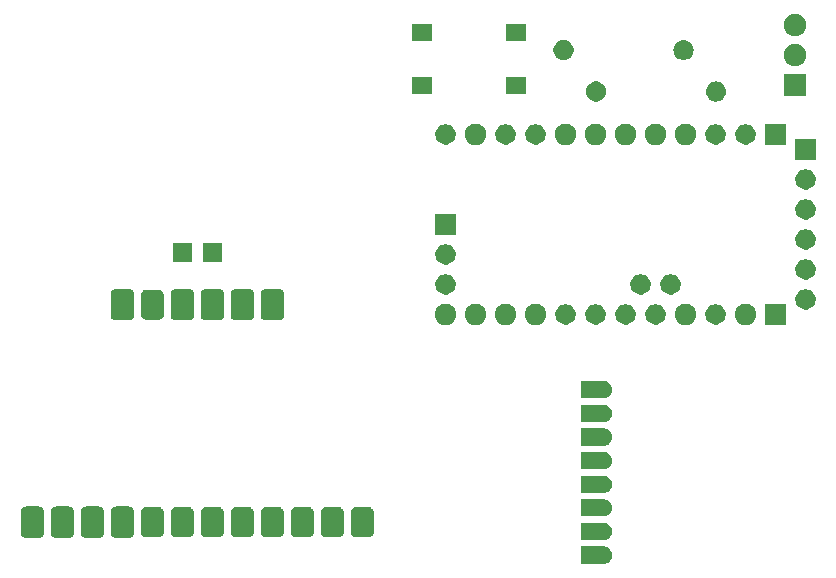
<source format=gbr>
G04 #@! TF.GenerationSoftware,KiCad,Pcbnew,(5.0.0-3-g5ebb6b6)*
G04 #@! TF.CreationDate,2021-01-21T07:34:20+01:00*
G04 #@! TF.ProjectId,HB-RC-4-TOUCH,48422D52432D342D544F5543482E6B69,rev?*
G04 #@! TF.SameCoordinates,Original*
G04 #@! TF.FileFunction,Soldermask,Top*
G04 #@! TF.FilePolarity,Negative*
%FSLAX46Y46*%
G04 Gerber Fmt 4.6, Leading zero omitted, Abs format (unit mm)*
G04 Created by KiCad (PCBNEW (5.0.0-3-g5ebb6b6)) date Thursday, 21. January 2021 um 07:34:20*
%MOMM*%
%LPD*%
G01*
G04 APERTURE LIST*
%ADD10C,0.100000*%
G04 APERTURE END LIST*
D10*
G36*
X261611767Y-63801899D02*
X261743891Y-63856627D01*
X261862799Y-63936079D01*
X261963921Y-64037201D01*
X262043373Y-64156109D01*
X262098101Y-64288233D01*
X262126000Y-64428494D01*
X262126000Y-64571506D01*
X262098101Y-64711767D01*
X262043373Y-64843891D01*
X261963921Y-64962799D01*
X261862799Y-65063921D01*
X261743891Y-65143373D01*
X261611767Y-65198101D01*
X261471506Y-65226000D01*
X259449000Y-65226000D01*
X259449000Y-63774000D01*
X261471506Y-63774000D01*
X261611767Y-63801899D01*
X261611767Y-63801899D01*
G37*
G36*
X261611767Y-61801899D02*
X261743891Y-61856627D01*
X261862799Y-61936079D01*
X261963921Y-62037201D01*
X262043373Y-62156109D01*
X262098101Y-62288233D01*
X262126000Y-62428494D01*
X262126000Y-62571506D01*
X262098101Y-62711767D01*
X262043373Y-62843891D01*
X261963921Y-62962799D01*
X261862799Y-63063921D01*
X261743891Y-63143373D01*
X261611767Y-63198101D01*
X261471506Y-63226000D01*
X259449000Y-63226000D01*
X259449000Y-61774000D01*
X261471506Y-61774000D01*
X261611767Y-61801899D01*
X261611767Y-61801899D01*
G37*
G36*
X216219822Y-60395533D02*
X216302117Y-60420497D01*
X216377946Y-60461028D01*
X216444419Y-60515581D01*
X216498972Y-60582054D01*
X216539503Y-60657883D01*
X216564467Y-60740178D01*
X216573500Y-60831890D01*
X216573500Y-62583110D01*
X216564467Y-62674822D01*
X216539503Y-62757117D01*
X216498972Y-62832946D01*
X216444419Y-62899419D01*
X216377946Y-62953972D01*
X216302117Y-62994503D01*
X216219822Y-63019467D01*
X216128110Y-63028500D01*
X215011890Y-63028500D01*
X214920178Y-63019467D01*
X214837883Y-62994503D01*
X214762054Y-62953972D01*
X214695581Y-62899419D01*
X214641028Y-62832946D01*
X214600497Y-62757117D01*
X214575533Y-62674822D01*
X214566500Y-62583110D01*
X214566500Y-60831890D01*
X214575533Y-60740178D01*
X214600497Y-60657883D01*
X214641028Y-60582054D01*
X214695581Y-60515581D01*
X214762054Y-60461028D01*
X214837883Y-60420497D01*
X214920178Y-60395533D01*
X215011890Y-60386500D01*
X216128110Y-60386500D01*
X216219822Y-60395533D01*
X216219822Y-60395533D01*
G37*
G36*
X221299822Y-60395533D02*
X221382117Y-60420497D01*
X221457946Y-60461028D01*
X221524419Y-60515581D01*
X221578972Y-60582054D01*
X221619503Y-60657883D01*
X221644467Y-60740178D01*
X221653500Y-60831890D01*
X221653500Y-62583110D01*
X221644467Y-62674822D01*
X221619503Y-62757117D01*
X221578972Y-62832946D01*
X221524419Y-62899419D01*
X221457946Y-62953972D01*
X221382117Y-62994503D01*
X221299822Y-63019467D01*
X221208110Y-63028500D01*
X220091890Y-63028500D01*
X220000178Y-63019467D01*
X219917883Y-62994503D01*
X219842054Y-62953972D01*
X219775581Y-62899419D01*
X219721028Y-62832946D01*
X219680497Y-62757117D01*
X219655533Y-62674822D01*
X219646500Y-62583110D01*
X219646500Y-60831890D01*
X219655533Y-60740178D01*
X219680497Y-60657883D01*
X219721028Y-60582054D01*
X219775581Y-60515581D01*
X219842054Y-60461028D01*
X219917883Y-60420497D01*
X220000178Y-60395533D01*
X220091890Y-60386500D01*
X221208110Y-60386500D01*
X221299822Y-60395533D01*
X221299822Y-60395533D01*
G37*
G36*
X218759822Y-60395533D02*
X218842117Y-60420497D01*
X218917946Y-60461028D01*
X218984419Y-60515581D01*
X219038972Y-60582054D01*
X219079503Y-60657883D01*
X219104467Y-60740178D01*
X219113500Y-60831890D01*
X219113500Y-62583110D01*
X219104467Y-62674822D01*
X219079503Y-62757117D01*
X219038972Y-62832946D01*
X218984419Y-62899419D01*
X218917946Y-62953972D01*
X218842117Y-62994503D01*
X218759822Y-63019467D01*
X218668110Y-63028500D01*
X217551890Y-63028500D01*
X217460178Y-63019467D01*
X217377883Y-62994503D01*
X217302054Y-62953972D01*
X217235581Y-62899419D01*
X217181028Y-62832946D01*
X217140497Y-62757117D01*
X217115533Y-62674822D01*
X217106500Y-62583110D01*
X217106500Y-60831890D01*
X217115533Y-60740178D01*
X217140497Y-60657883D01*
X217181028Y-60582054D01*
X217235581Y-60515581D01*
X217302054Y-60461028D01*
X217377883Y-60420497D01*
X217460178Y-60395533D01*
X217551890Y-60386500D01*
X218668110Y-60386500D01*
X218759822Y-60395533D01*
X218759822Y-60395533D01*
G37*
G36*
X213679822Y-60395533D02*
X213762117Y-60420497D01*
X213837946Y-60461028D01*
X213904419Y-60515581D01*
X213958972Y-60582054D01*
X213999503Y-60657883D01*
X214024467Y-60740178D01*
X214033500Y-60831890D01*
X214033500Y-62583110D01*
X214024467Y-62674822D01*
X213999503Y-62757117D01*
X213958972Y-62832946D01*
X213904419Y-62899419D01*
X213837946Y-62953972D01*
X213762117Y-62994503D01*
X213679822Y-63019467D01*
X213588110Y-63028500D01*
X212471890Y-63028500D01*
X212380178Y-63019467D01*
X212297883Y-62994503D01*
X212222054Y-62953972D01*
X212155581Y-62899419D01*
X212101028Y-62832946D01*
X212060497Y-62757117D01*
X212035533Y-62674822D01*
X212026500Y-62583110D01*
X212026500Y-60831890D01*
X212035533Y-60740178D01*
X212060497Y-60657883D01*
X212101028Y-60582054D01*
X212155581Y-60515581D01*
X212222054Y-60461028D01*
X212297883Y-60420497D01*
X212380178Y-60395533D01*
X212471890Y-60386500D01*
X213588110Y-60386500D01*
X213679822Y-60395533D01*
X213679822Y-60395533D01*
G37*
G36*
X223809347Y-60446043D02*
X223886856Y-60469555D01*
X223958282Y-60507733D01*
X224020888Y-60559112D01*
X224072267Y-60621718D01*
X224110445Y-60693144D01*
X224133957Y-60770653D01*
X224142500Y-60857390D01*
X224142500Y-62557610D01*
X224133957Y-62644347D01*
X224110445Y-62721856D01*
X224072267Y-62793282D01*
X224020888Y-62855888D01*
X223958282Y-62907267D01*
X223886856Y-62945445D01*
X223809347Y-62968957D01*
X223722610Y-62977500D01*
X222657390Y-62977500D01*
X222570653Y-62968957D01*
X222493144Y-62945445D01*
X222421718Y-62907267D01*
X222359112Y-62855888D01*
X222307733Y-62793282D01*
X222269555Y-62721856D01*
X222246043Y-62644347D01*
X222237500Y-62557610D01*
X222237500Y-60857390D01*
X222246043Y-60770653D01*
X222269555Y-60693144D01*
X222307733Y-60621718D01*
X222359112Y-60559112D01*
X222421718Y-60507733D01*
X222493144Y-60469555D01*
X222570653Y-60446043D01*
X222657390Y-60437500D01*
X223722610Y-60437500D01*
X223809347Y-60446043D01*
X223809347Y-60446043D01*
G37*
G36*
X233969347Y-60446043D02*
X234046856Y-60469555D01*
X234118282Y-60507733D01*
X234180888Y-60559112D01*
X234232267Y-60621718D01*
X234270445Y-60693144D01*
X234293957Y-60770653D01*
X234302500Y-60857390D01*
X234302500Y-62557610D01*
X234293957Y-62644347D01*
X234270445Y-62721856D01*
X234232267Y-62793282D01*
X234180888Y-62855888D01*
X234118282Y-62907267D01*
X234046856Y-62945445D01*
X233969347Y-62968957D01*
X233882610Y-62977500D01*
X232817390Y-62977500D01*
X232730653Y-62968957D01*
X232653144Y-62945445D01*
X232581718Y-62907267D01*
X232519112Y-62855888D01*
X232467733Y-62793282D01*
X232429555Y-62721856D01*
X232406043Y-62644347D01*
X232397500Y-62557610D01*
X232397500Y-60857390D01*
X232406043Y-60770653D01*
X232429555Y-60693144D01*
X232467733Y-60621718D01*
X232519112Y-60559112D01*
X232581718Y-60507733D01*
X232653144Y-60469555D01*
X232730653Y-60446043D01*
X232817390Y-60437500D01*
X233882610Y-60437500D01*
X233969347Y-60446043D01*
X233969347Y-60446043D01*
G37*
G36*
X239049347Y-60446043D02*
X239126856Y-60469555D01*
X239198282Y-60507733D01*
X239260888Y-60559112D01*
X239312267Y-60621718D01*
X239350445Y-60693144D01*
X239373957Y-60770653D01*
X239382500Y-60857390D01*
X239382500Y-62557610D01*
X239373957Y-62644347D01*
X239350445Y-62721856D01*
X239312267Y-62793282D01*
X239260888Y-62855888D01*
X239198282Y-62907267D01*
X239126856Y-62945445D01*
X239049347Y-62968957D01*
X238962610Y-62977500D01*
X237897390Y-62977500D01*
X237810653Y-62968957D01*
X237733144Y-62945445D01*
X237661718Y-62907267D01*
X237599112Y-62855888D01*
X237547733Y-62793282D01*
X237509555Y-62721856D01*
X237486043Y-62644347D01*
X237477500Y-62557610D01*
X237477500Y-60857390D01*
X237486043Y-60770653D01*
X237509555Y-60693144D01*
X237547733Y-60621718D01*
X237599112Y-60559112D01*
X237661718Y-60507733D01*
X237733144Y-60469555D01*
X237810653Y-60446043D01*
X237897390Y-60437500D01*
X238962610Y-60437500D01*
X239049347Y-60446043D01*
X239049347Y-60446043D01*
G37*
G36*
X236509347Y-60446043D02*
X236586856Y-60469555D01*
X236658282Y-60507733D01*
X236720888Y-60559112D01*
X236772267Y-60621718D01*
X236810445Y-60693144D01*
X236833957Y-60770653D01*
X236842500Y-60857390D01*
X236842500Y-62557610D01*
X236833957Y-62644347D01*
X236810445Y-62721856D01*
X236772267Y-62793282D01*
X236720888Y-62855888D01*
X236658282Y-62907267D01*
X236586856Y-62945445D01*
X236509347Y-62968957D01*
X236422610Y-62977500D01*
X235357390Y-62977500D01*
X235270653Y-62968957D01*
X235193144Y-62945445D01*
X235121718Y-62907267D01*
X235059112Y-62855888D01*
X235007733Y-62793282D01*
X234969555Y-62721856D01*
X234946043Y-62644347D01*
X234937500Y-62557610D01*
X234937500Y-60857390D01*
X234946043Y-60770653D01*
X234969555Y-60693144D01*
X235007733Y-60621718D01*
X235059112Y-60559112D01*
X235121718Y-60507733D01*
X235193144Y-60469555D01*
X235270653Y-60446043D01*
X235357390Y-60437500D01*
X236422610Y-60437500D01*
X236509347Y-60446043D01*
X236509347Y-60446043D01*
G37*
G36*
X231429347Y-60446043D02*
X231506856Y-60469555D01*
X231578282Y-60507733D01*
X231640888Y-60559112D01*
X231692267Y-60621718D01*
X231730445Y-60693144D01*
X231753957Y-60770653D01*
X231762500Y-60857390D01*
X231762500Y-62557610D01*
X231753957Y-62644347D01*
X231730445Y-62721856D01*
X231692267Y-62793282D01*
X231640888Y-62855888D01*
X231578282Y-62907267D01*
X231506856Y-62945445D01*
X231429347Y-62968957D01*
X231342610Y-62977500D01*
X230277390Y-62977500D01*
X230190653Y-62968957D01*
X230113144Y-62945445D01*
X230041718Y-62907267D01*
X229979112Y-62855888D01*
X229927733Y-62793282D01*
X229889555Y-62721856D01*
X229866043Y-62644347D01*
X229857500Y-62557610D01*
X229857500Y-60857390D01*
X229866043Y-60770653D01*
X229889555Y-60693144D01*
X229927733Y-60621718D01*
X229979112Y-60559112D01*
X230041718Y-60507733D01*
X230113144Y-60469555D01*
X230190653Y-60446043D01*
X230277390Y-60437500D01*
X231342610Y-60437500D01*
X231429347Y-60446043D01*
X231429347Y-60446043D01*
G37*
G36*
X228889347Y-60446043D02*
X228966856Y-60469555D01*
X229038282Y-60507733D01*
X229100888Y-60559112D01*
X229152267Y-60621718D01*
X229190445Y-60693144D01*
X229213957Y-60770653D01*
X229222500Y-60857390D01*
X229222500Y-62557610D01*
X229213957Y-62644347D01*
X229190445Y-62721856D01*
X229152267Y-62793282D01*
X229100888Y-62855888D01*
X229038282Y-62907267D01*
X228966856Y-62945445D01*
X228889347Y-62968957D01*
X228802610Y-62977500D01*
X227737390Y-62977500D01*
X227650653Y-62968957D01*
X227573144Y-62945445D01*
X227501718Y-62907267D01*
X227439112Y-62855888D01*
X227387733Y-62793282D01*
X227349555Y-62721856D01*
X227326043Y-62644347D01*
X227317500Y-62557610D01*
X227317500Y-60857390D01*
X227326043Y-60770653D01*
X227349555Y-60693144D01*
X227387733Y-60621718D01*
X227439112Y-60559112D01*
X227501718Y-60507733D01*
X227573144Y-60469555D01*
X227650653Y-60446043D01*
X227737390Y-60437500D01*
X228802610Y-60437500D01*
X228889347Y-60446043D01*
X228889347Y-60446043D01*
G37*
G36*
X226349347Y-60446043D02*
X226426856Y-60469555D01*
X226498282Y-60507733D01*
X226560888Y-60559112D01*
X226612267Y-60621718D01*
X226650445Y-60693144D01*
X226673957Y-60770653D01*
X226682500Y-60857390D01*
X226682500Y-62557610D01*
X226673957Y-62644347D01*
X226650445Y-62721856D01*
X226612267Y-62793282D01*
X226560888Y-62855888D01*
X226498282Y-62907267D01*
X226426856Y-62945445D01*
X226349347Y-62968957D01*
X226262610Y-62977500D01*
X225197390Y-62977500D01*
X225110653Y-62968957D01*
X225033144Y-62945445D01*
X224961718Y-62907267D01*
X224899112Y-62855888D01*
X224847733Y-62793282D01*
X224809555Y-62721856D01*
X224786043Y-62644347D01*
X224777500Y-62557610D01*
X224777500Y-60857390D01*
X224786043Y-60770653D01*
X224809555Y-60693144D01*
X224847733Y-60621718D01*
X224899112Y-60559112D01*
X224961718Y-60507733D01*
X225033144Y-60469555D01*
X225110653Y-60446043D01*
X225197390Y-60437500D01*
X226262610Y-60437500D01*
X226349347Y-60446043D01*
X226349347Y-60446043D01*
G37*
G36*
X241589347Y-60446043D02*
X241666856Y-60469555D01*
X241738282Y-60507733D01*
X241800888Y-60559112D01*
X241852267Y-60621718D01*
X241890445Y-60693144D01*
X241913957Y-60770653D01*
X241922500Y-60857390D01*
X241922500Y-62557610D01*
X241913957Y-62644347D01*
X241890445Y-62721856D01*
X241852267Y-62793282D01*
X241800888Y-62855888D01*
X241738282Y-62907267D01*
X241666856Y-62945445D01*
X241589347Y-62968957D01*
X241502610Y-62977500D01*
X240437390Y-62977500D01*
X240350653Y-62968957D01*
X240273144Y-62945445D01*
X240201718Y-62907267D01*
X240139112Y-62855888D01*
X240087733Y-62793282D01*
X240049555Y-62721856D01*
X240026043Y-62644347D01*
X240017500Y-62557610D01*
X240017500Y-60857390D01*
X240026043Y-60770653D01*
X240049555Y-60693144D01*
X240087733Y-60621718D01*
X240139112Y-60559112D01*
X240201718Y-60507733D01*
X240273144Y-60469555D01*
X240350653Y-60446043D01*
X240437390Y-60437500D01*
X241502610Y-60437500D01*
X241589347Y-60446043D01*
X241589347Y-60446043D01*
G37*
G36*
X261611767Y-59801899D02*
X261743891Y-59856627D01*
X261862799Y-59936079D01*
X261963921Y-60037201D01*
X262043373Y-60156109D01*
X262098101Y-60288233D01*
X262126000Y-60428494D01*
X262126000Y-60571506D01*
X262098101Y-60711767D01*
X262043373Y-60843891D01*
X261963921Y-60962799D01*
X261862799Y-61063921D01*
X261743891Y-61143373D01*
X261611767Y-61198101D01*
X261471506Y-61226000D01*
X259449000Y-61226000D01*
X259449000Y-59774000D01*
X261471506Y-59774000D01*
X261611767Y-59801899D01*
X261611767Y-59801899D01*
G37*
G36*
X261611767Y-57801899D02*
X261743891Y-57856627D01*
X261862799Y-57936079D01*
X261963921Y-58037201D01*
X262043373Y-58156109D01*
X262098101Y-58288233D01*
X262126000Y-58428494D01*
X262126000Y-58571506D01*
X262098101Y-58711767D01*
X262043373Y-58843891D01*
X261963921Y-58962799D01*
X261862799Y-59063921D01*
X261743891Y-59143373D01*
X261611767Y-59198101D01*
X261471506Y-59226000D01*
X259449000Y-59226000D01*
X259449000Y-57774000D01*
X261471506Y-57774000D01*
X261611767Y-57801899D01*
X261611767Y-57801899D01*
G37*
G36*
X261611767Y-55801899D02*
X261743891Y-55856627D01*
X261862799Y-55936079D01*
X261963921Y-56037201D01*
X262043373Y-56156109D01*
X262098101Y-56288233D01*
X262126000Y-56428494D01*
X262126000Y-56571506D01*
X262098101Y-56711767D01*
X262043373Y-56843891D01*
X261963921Y-56962799D01*
X261862799Y-57063921D01*
X261743891Y-57143373D01*
X261611767Y-57198101D01*
X261471506Y-57226000D01*
X259449000Y-57226000D01*
X259449000Y-55774000D01*
X261471506Y-55774000D01*
X261611767Y-55801899D01*
X261611767Y-55801899D01*
G37*
G36*
X261611767Y-53801899D02*
X261743891Y-53856627D01*
X261862799Y-53936079D01*
X261963921Y-54037201D01*
X262043373Y-54156109D01*
X262098101Y-54288233D01*
X262126000Y-54428494D01*
X262126000Y-54571506D01*
X262098101Y-54711767D01*
X262043373Y-54843891D01*
X261963921Y-54962799D01*
X261862799Y-55063921D01*
X261743891Y-55143373D01*
X261611767Y-55198101D01*
X261471506Y-55226000D01*
X259449000Y-55226000D01*
X259449000Y-53774000D01*
X261471506Y-53774000D01*
X261611767Y-53801899D01*
X261611767Y-53801899D01*
G37*
G36*
X261611767Y-51801899D02*
X261743891Y-51856627D01*
X261862799Y-51936079D01*
X261963921Y-52037201D01*
X262043373Y-52156109D01*
X262098101Y-52288233D01*
X262126000Y-52428494D01*
X262126000Y-52571506D01*
X262098101Y-52711767D01*
X262043373Y-52843891D01*
X261963921Y-52962799D01*
X261862799Y-53063921D01*
X261743891Y-53143373D01*
X261611767Y-53198101D01*
X261471506Y-53226000D01*
X259449000Y-53226000D01*
X259449000Y-51774000D01*
X261471506Y-51774000D01*
X261611767Y-51801899D01*
X261611767Y-51801899D01*
G37*
G36*
X261611767Y-49801899D02*
X261743891Y-49856627D01*
X261862799Y-49936079D01*
X261963921Y-50037201D01*
X262043373Y-50156109D01*
X262098101Y-50288233D01*
X262126000Y-50428494D01*
X262126000Y-50571506D01*
X262098101Y-50711767D01*
X262043373Y-50843891D01*
X261963921Y-50962799D01*
X261862799Y-51063921D01*
X261743891Y-51143373D01*
X261611767Y-51198101D01*
X261471506Y-51226000D01*
X259449000Y-51226000D01*
X259449000Y-49774000D01*
X261471506Y-49774000D01*
X261611767Y-49801899D01*
X261611767Y-49801899D01*
G37*
G36*
X248276776Y-43240547D02*
X248276778Y-43240548D01*
X248276779Y-43240548D01*
X248443225Y-43309492D01*
X248443226Y-43309493D01*
X248593026Y-43409586D01*
X248720414Y-43536974D01*
X248720416Y-43536977D01*
X248820508Y-43686775D01*
X248830514Y-43710932D01*
X248889453Y-43853224D01*
X248924600Y-44029918D01*
X248924600Y-44210082D01*
X248891143Y-44378282D01*
X248889452Y-44386779D01*
X248820508Y-44553225D01*
X248742138Y-44670514D01*
X248720414Y-44703026D01*
X248593026Y-44830414D01*
X248593023Y-44830416D01*
X248443225Y-44930508D01*
X248276779Y-44999452D01*
X248276778Y-44999452D01*
X248276776Y-44999453D01*
X248100082Y-45034600D01*
X247919918Y-45034600D01*
X247743224Y-44999453D01*
X247743222Y-44999452D01*
X247743221Y-44999452D01*
X247576775Y-44930508D01*
X247426977Y-44830416D01*
X247426974Y-44830414D01*
X247299586Y-44703026D01*
X247277862Y-44670514D01*
X247199492Y-44553225D01*
X247130548Y-44386779D01*
X247128858Y-44378282D01*
X247095400Y-44210082D01*
X247095400Y-44029918D01*
X247130547Y-43853224D01*
X247189486Y-43710932D01*
X247199492Y-43686775D01*
X247299584Y-43536977D01*
X247299586Y-43536974D01*
X247426974Y-43409586D01*
X247576774Y-43309493D01*
X247576775Y-43309492D01*
X247743221Y-43240548D01*
X247743222Y-43240548D01*
X247743224Y-43240547D01*
X247919918Y-43205400D01*
X248100082Y-43205400D01*
X248276776Y-43240547D01*
X248276776Y-43240547D01*
G37*
G36*
X268596776Y-43240547D02*
X268596778Y-43240548D01*
X268596779Y-43240548D01*
X268763225Y-43309492D01*
X268763226Y-43309493D01*
X268913026Y-43409586D01*
X269040414Y-43536974D01*
X269040416Y-43536977D01*
X269140508Y-43686775D01*
X269150514Y-43710932D01*
X269209453Y-43853224D01*
X269244600Y-44029918D01*
X269244600Y-44210082D01*
X269211143Y-44378282D01*
X269209452Y-44386779D01*
X269140508Y-44553225D01*
X269062138Y-44670514D01*
X269040414Y-44703026D01*
X268913026Y-44830414D01*
X268913023Y-44830416D01*
X268763225Y-44930508D01*
X268596779Y-44999452D01*
X268596778Y-44999452D01*
X268596776Y-44999453D01*
X268420082Y-45034600D01*
X268239918Y-45034600D01*
X268063224Y-44999453D01*
X268063222Y-44999452D01*
X268063221Y-44999452D01*
X267896775Y-44930508D01*
X267746977Y-44830416D01*
X267746974Y-44830414D01*
X267619586Y-44703026D01*
X267597862Y-44670514D01*
X267519492Y-44553225D01*
X267450548Y-44386779D01*
X267448858Y-44378282D01*
X267415400Y-44210082D01*
X267415400Y-44029918D01*
X267450547Y-43853224D01*
X267509486Y-43710932D01*
X267519492Y-43686775D01*
X267619584Y-43536977D01*
X267619586Y-43536974D01*
X267746974Y-43409586D01*
X267896774Y-43309493D01*
X267896775Y-43309492D01*
X268063221Y-43240548D01*
X268063222Y-43240548D01*
X268063224Y-43240547D01*
X268239918Y-43205400D01*
X268420082Y-43205400D01*
X268596776Y-43240547D01*
X268596776Y-43240547D01*
G37*
G36*
X250816776Y-43240547D02*
X250816778Y-43240548D01*
X250816779Y-43240548D01*
X250983225Y-43309492D01*
X250983226Y-43309493D01*
X251133026Y-43409586D01*
X251260414Y-43536974D01*
X251260416Y-43536977D01*
X251360508Y-43686775D01*
X251370514Y-43710932D01*
X251429453Y-43853224D01*
X251464600Y-44029918D01*
X251464600Y-44210082D01*
X251431143Y-44378282D01*
X251429452Y-44386779D01*
X251360508Y-44553225D01*
X251282138Y-44670514D01*
X251260414Y-44703026D01*
X251133026Y-44830414D01*
X251133023Y-44830416D01*
X250983225Y-44930508D01*
X250816779Y-44999452D01*
X250816778Y-44999452D01*
X250816776Y-44999453D01*
X250640082Y-45034600D01*
X250459918Y-45034600D01*
X250283224Y-44999453D01*
X250283222Y-44999452D01*
X250283221Y-44999452D01*
X250116775Y-44930508D01*
X249966977Y-44830416D01*
X249966974Y-44830414D01*
X249839586Y-44703026D01*
X249817862Y-44670514D01*
X249739492Y-44553225D01*
X249670548Y-44386779D01*
X249668858Y-44378282D01*
X249635400Y-44210082D01*
X249635400Y-44029918D01*
X249670547Y-43853224D01*
X249729486Y-43710932D01*
X249739492Y-43686775D01*
X249839584Y-43536977D01*
X249839586Y-43536974D01*
X249966974Y-43409586D01*
X250116774Y-43309493D01*
X250116775Y-43309492D01*
X250283221Y-43240548D01*
X250283222Y-43240548D01*
X250283224Y-43240547D01*
X250459918Y-43205400D01*
X250640082Y-43205400D01*
X250816776Y-43240547D01*
X250816776Y-43240547D01*
G37*
G36*
X253356776Y-43240547D02*
X253356778Y-43240548D01*
X253356779Y-43240548D01*
X253523225Y-43309492D01*
X253523226Y-43309493D01*
X253673026Y-43409586D01*
X253800414Y-43536974D01*
X253800416Y-43536977D01*
X253900508Y-43686775D01*
X253910514Y-43710932D01*
X253969453Y-43853224D01*
X254004600Y-44029918D01*
X254004600Y-44210082D01*
X253971143Y-44378282D01*
X253969452Y-44386779D01*
X253900508Y-44553225D01*
X253822138Y-44670514D01*
X253800414Y-44703026D01*
X253673026Y-44830414D01*
X253673023Y-44830416D01*
X253523225Y-44930508D01*
X253356779Y-44999452D01*
X253356778Y-44999452D01*
X253356776Y-44999453D01*
X253180082Y-45034600D01*
X252999918Y-45034600D01*
X252823224Y-44999453D01*
X252823222Y-44999452D01*
X252823221Y-44999452D01*
X252656775Y-44930508D01*
X252506977Y-44830416D01*
X252506974Y-44830414D01*
X252379586Y-44703026D01*
X252357862Y-44670514D01*
X252279492Y-44553225D01*
X252210548Y-44386779D01*
X252208858Y-44378282D01*
X252175400Y-44210082D01*
X252175400Y-44029918D01*
X252210547Y-43853224D01*
X252269486Y-43710932D01*
X252279492Y-43686775D01*
X252379584Y-43536977D01*
X252379586Y-43536974D01*
X252506974Y-43409586D01*
X252656774Y-43309493D01*
X252656775Y-43309492D01*
X252823221Y-43240548D01*
X252823222Y-43240548D01*
X252823224Y-43240547D01*
X252999918Y-43205400D01*
X253180082Y-43205400D01*
X253356776Y-43240547D01*
X253356776Y-43240547D01*
G37*
G36*
X255896776Y-43240547D02*
X255896778Y-43240548D01*
X255896779Y-43240548D01*
X256063225Y-43309492D01*
X256063226Y-43309493D01*
X256213026Y-43409586D01*
X256340414Y-43536974D01*
X256340416Y-43536977D01*
X256440508Y-43686775D01*
X256450514Y-43710932D01*
X256509453Y-43853224D01*
X256544600Y-44029918D01*
X256544600Y-44210082D01*
X256511143Y-44378282D01*
X256509452Y-44386779D01*
X256440508Y-44553225D01*
X256362138Y-44670514D01*
X256340414Y-44703026D01*
X256213026Y-44830414D01*
X256213023Y-44830416D01*
X256063225Y-44930508D01*
X255896779Y-44999452D01*
X255896778Y-44999452D01*
X255896776Y-44999453D01*
X255720082Y-45034600D01*
X255539918Y-45034600D01*
X255363224Y-44999453D01*
X255363222Y-44999452D01*
X255363221Y-44999452D01*
X255196775Y-44930508D01*
X255046977Y-44830416D01*
X255046974Y-44830414D01*
X254919586Y-44703026D01*
X254897862Y-44670514D01*
X254819492Y-44553225D01*
X254750548Y-44386779D01*
X254748858Y-44378282D01*
X254715400Y-44210082D01*
X254715400Y-44029918D01*
X254750547Y-43853224D01*
X254809486Y-43710932D01*
X254819492Y-43686775D01*
X254919584Y-43536977D01*
X254919586Y-43536974D01*
X255046974Y-43409586D01*
X255196774Y-43309493D01*
X255196775Y-43309492D01*
X255363221Y-43240548D01*
X255363222Y-43240548D01*
X255363224Y-43240547D01*
X255539918Y-43205400D01*
X255720082Y-43205400D01*
X255896776Y-43240547D01*
X255896776Y-43240547D01*
G37*
G36*
X273676776Y-43240547D02*
X273676778Y-43240548D01*
X273676779Y-43240548D01*
X273843225Y-43309492D01*
X273843226Y-43309493D01*
X273993026Y-43409586D01*
X274120414Y-43536974D01*
X274120416Y-43536977D01*
X274220508Y-43686775D01*
X274230514Y-43710932D01*
X274289453Y-43853224D01*
X274324600Y-44029918D01*
X274324600Y-44210082D01*
X274291143Y-44378282D01*
X274289452Y-44386779D01*
X274220508Y-44553225D01*
X274142138Y-44670514D01*
X274120414Y-44703026D01*
X273993026Y-44830414D01*
X273993023Y-44830416D01*
X273843225Y-44930508D01*
X273676779Y-44999452D01*
X273676778Y-44999452D01*
X273676776Y-44999453D01*
X273500082Y-45034600D01*
X273319918Y-45034600D01*
X273143224Y-44999453D01*
X273143222Y-44999452D01*
X273143221Y-44999452D01*
X272976775Y-44930508D01*
X272826977Y-44830416D01*
X272826974Y-44830414D01*
X272699586Y-44703026D01*
X272677862Y-44670514D01*
X272599492Y-44553225D01*
X272530548Y-44386779D01*
X272528858Y-44378282D01*
X272495400Y-44210082D01*
X272495400Y-44029918D01*
X272530547Y-43853224D01*
X272589486Y-43710932D01*
X272599492Y-43686775D01*
X272699584Y-43536977D01*
X272699586Y-43536974D01*
X272826974Y-43409586D01*
X272976774Y-43309493D01*
X272976775Y-43309492D01*
X273143221Y-43240548D01*
X273143222Y-43240548D01*
X273143224Y-43240547D01*
X273319918Y-43205400D01*
X273500082Y-43205400D01*
X273676776Y-43240547D01*
X273676776Y-43240547D01*
G37*
G36*
X276813600Y-44983600D02*
X275086400Y-44983600D01*
X275086400Y-43256400D01*
X276813600Y-43256400D01*
X276813600Y-44983600D01*
X276813600Y-44983600D01*
G37*
G36*
X271121903Y-43289587D02*
X271279068Y-43354687D01*
X271420513Y-43449198D01*
X271540802Y-43569487D01*
X271635313Y-43710932D01*
X271700413Y-43868097D01*
X271733600Y-44034943D01*
X271733600Y-44205057D01*
X271700413Y-44371903D01*
X271635313Y-44529068D01*
X271540802Y-44670513D01*
X271420513Y-44790802D01*
X271279068Y-44885313D01*
X271121903Y-44950413D01*
X270955057Y-44983600D01*
X270784943Y-44983600D01*
X270618097Y-44950413D01*
X270460932Y-44885313D01*
X270319487Y-44790802D01*
X270199198Y-44670513D01*
X270104687Y-44529068D01*
X270039587Y-44371903D01*
X270006400Y-44205057D01*
X270006400Y-44034943D01*
X270039587Y-43868097D01*
X270104687Y-43710932D01*
X270199198Y-43569487D01*
X270319487Y-43449198D01*
X270460932Y-43354687D01*
X270618097Y-43289587D01*
X270784943Y-43256400D01*
X270955057Y-43256400D01*
X271121903Y-43289587D01*
X271121903Y-43289587D01*
G37*
G36*
X266041903Y-43289587D02*
X266199068Y-43354687D01*
X266340513Y-43449198D01*
X266460802Y-43569487D01*
X266555313Y-43710932D01*
X266620413Y-43868097D01*
X266653600Y-44034943D01*
X266653600Y-44205057D01*
X266620413Y-44371903D01*
X266555313Y-44529068D01*
X266460802Y-44670513D01*
X266340513Y-44790802D01*
X266199068Y-44885313D01*
X266041903Y-44950413D01*
X265875057Y-44983600D01*
X265704943Y-44983600D01*
X265538097Y-44950413D01*
X265380932Y-44885313D01*
X265239487Y-44790802D01*
X265119198Y-44670513D01*
X265024687Y-44529068D01*
X264959587Y-44371903D01*
X264926400Y-44205057D01*
X264926400Y-44034943D01*
X264959587Y-43868097D01*
X265024687Y-43710932D01*
X265119198Y-43569487D01*
X265239487Y-43449198D01*
X265380932Y-43354687D01*
X265538097Y-43289587D01*
X265704943Y-43256400D01*
X265875057Y-43256400D01*
X266041903Y-43289587D01*
X266041903Y-43289587D01*
G37*
G36*
X263501903Y-43289587D02*
X263659068Y-43354687D01*
X263800513Y-43449198D01*
X263920802Y-43569487D01*
X264015313Y-43710932D01*
X264080413Y-43868097D01*
X264113600Y-44034943D01*
X264113600Y-44205057D01*
X264080413Y-44371903D01*
X264015313Y-44529068D01*
X263920802Y-44670513D01*
X263800513Y-44790802D01*
X263659068Y-44885313D01*
X263501903Y-44950413D01*
X263335057Y-44983600D01*
X263164943Y-44983600D01*
X262998097Y-44950413D01*
X262840932Y-44885313D01*
X262699487Y-44790802D01*
X262579198Y-44670513D01*
X262484687Y-44529068D01*
X262419587Y-44371903D01*
X262386400Y-44205057D01*
X262386400Y-44034943D01*
X262419587Y-43868097D01*
X262484687Y-43710932D01*
X262579198Y-43569487D01*
X262699487Y-43449198D01*
X262840932Y-43354687D01*
X262998097Y-43289587D01*
X263164943Y-43256400D01*
X263335057Y-43256400D01*
X263501903Y-43289587D01*
X263501903Y-43289587D01*
G37*
G36*
X260961903Y-43289587D02*
X261119068Y-43354687D01*
X261260513Y-43449198D01*
X261380802Y-43569487D01*
X261475313Y-43710932D01*
X261540413Y-43868097D01*
X261573600Y-44034943D01*
X261573600Y-44205057D01*
X261540413Y-44371903D01*
X261475313Y-44529068D01*
X261380802Y-44670513D01*
X261260513Y-44790802D01*
X261119068Y-44885313D01*
X260961903Y-44950413D01*
X260795057Y-44983600D01*
X260624943Y-44983600D01*
X260458097Y-44950413D01*
X260300932Y-44885313D01*
X260159487Y-44790802D01*
X260039198Y-44670513D01*
X259944687Y-44529068D01*
X259879587Y-44371903D01*
X259846400Y-44205057D01*
X259846400Y-44034943D01*
X259879587Y-43868097D01*
X259944687Y-43710932D01*
X260039198Y-43569487D01*
X260159487Y-43449198D01*
X260300932Y-43354687D01*
X260458097Y-43289587D01*
X260624943Y-43256400D01*
X260795057Y-43256400D01*
X260961903Y-43289587D01*
X260961903Y-43289587D01*
G37*
G36*
X258421903Y-43289587D02*
X258579068Y-43354687D01*
X258720513Y-43449198D01*
X258840802Y-43569487D01*
X258935313Y-43710932D01*
X259000413Y-43868097D01*
X259033600Y-44034943D01*
X259033600Y-44205057D01*
X259000413Y-44371903D01*
X258935313Y-44529068D01*
X258840802Y-44670513D01*
X258720513Y-44790802D01*
X258579068Y-44885313D01*
X258421903Y-44950413D01*
X258255057Y-44983600D01*
X258084943Y-44983600D01*
X257918097Y-44950413D01*
X257760932Y-44885313D01*
X257619487Y-44790802D01*
X257499198Y-44670513D01*
X257404687Y-44529068D01*
X257339587Y-44371903D01*
X257306400Y-44205057D01*
X257306400Y-44034943D01*
X257339587Y-43868097D01*
X257404687Y-43710932D01*
X257499198Y-43569487D01*
X257619487Y-43449198D01*
X257760932Y-43354687D01*
X257918097Y-43289587D01*
X258084943Y-43256400D01*
X258255057Y-43256400D01*
X258421903Y-43289587D01*
X258421903Y-43289587D01*
G37*
G36*
X228919822Y-41980533D02*
X229002117Y-42005497D01*
X229077946Y-42046028D01*
X229144419Y-42100581D01*
X229198972Y-42167054D01*
X229239503Y-42242883D01*
X229264467Y-42325178D01*
X229273500Y-42416890D01*
X229273500Y-44168110D01*
X229264467Y-44259822D01*
X229239503Y-44342117D01*
X229198972Y-44417946D01*
X229144419Y-44484419D01*
X229077946Y-44538972D01*
X229002117Y-44579503D01*
X228919822Y-44604467D01*
X228828110Y-44613500D01*
X227711890Y-44613500D01*
X227620178Y-44604467D01*
X227537883Y-44579503D01*
X227462054Y-44538972D01*
X227395581Y-44484419D01*
X227341028Y-44417946D01*
X227300497Y-44342117D01*
X227275533Y-44259822D01*
X227266500Y-44168110D01*
X227266500Y-42416890D01*
X227275533Y-42325178D01*
X227300497Y-42242883D01*
X227341028Y-42167054D01*
X227395581Y-42100581D01*
X227462054Y-42046028D01*
X227537883Y-42005497D01*
X227620178Y-41980533D01*
X227711890Y-41971500D01*
X228828110Y-41971500D01*
X228919822Y-41980533D01*
X228919822Y-41980533D01*
G37*
G36*
X233999822Y-41980533D02*
X234082117Y-42005497D01*
X234157946Y-42046028D01*
X234224419Y-42100581D01*
X234278972Y-42167054D01*
X234319503Y-42242883D01*
X234344467Y-42325178D01*
X234353500Y-42416890D01*
X234353500Y-44168110D01*
X234344467Y-44259822D01*
X234319503Y-44342117D01*
X234278972Y-44417946D01*
X234224419Y-44484419D01*
X234157946Y-44538972D01*
X234082117Y-44579503D01*
X233999822Y-44604467D01*
X233908110Y-44613500D01*
X232791890Y-44613500D01*
X232700178Y-44604467D01*
X232617883Y-44579503D01*
X232542054Y-44538972D01*
X232475581Y-44484419D01*
X232421028Y-44417946D01*
X232380497Y-44342117D01*
X232355533Y-44259822D01*
X232346500Y-44168110D01*
X232346500Y-42416890D01*
X232355533Y-42325178D01*
X232380497Y-42242883D01*
X232421028Y-42167054D01*
X232475581Y-42100581D01*
X232542054Y-42046028D01*
X232617883Y-42005497D01*
X232700178Y-41980533D01*
X232791890Y-41971500D01*
X233908110Y-41971500D01*
X233999822Y-41980533D01*
X233999822Y-41980533D01*
G37*
G36*
X226379822Y-41980533D02*
X226462117Y-42005497D01*
X226537946Y-42046028D01*
X226604419Y-42100581D01*
X226658972Y-42167054D01*
X226699503Y-42242883D01*
X226724467Y-42325178D01*
X226733500Y-42416890D01*
X226733500Y-44168110D01*
X226724467Y-44259822D01*
X226699503Y-44342117D01*
X226658972Y-44417946D01*
X226604419Y-44484419D01*
X226537946Y-44538972D01*
X226462117Y-44579503D01*
X226379822Y-44604467D01*
X226288110Y-44613500D01*
X225171890Y-44613500D01*
X225080178Y-44604467D01*
X224997883Y-44579503D01*
X224922054Y-44538972D01*
X224855581Y-44484419D01*
X224801028Y-44417946D01*
X224760497Y-44342117D01*
X224735533Y-44259822D01*
X224726500Y-44168110D01*
X224726500Y-42416890D01*
X224735533Y-42325178D01*
X224760497Y-42242883D01*
X224801028Y-42167054D01*
X224855581Y-42100581D01*
X224922054Y-42046028D01*
X224997883Y-42005497D01*
X225080178Y-41980533D01*
X225171890Y-41971500D01*
X226288110Y-41971500D01*
X226379822Y-41980533D01*
X226379822Y-41980533D01*
G37*
G36*
X221299822Y-41980533D02*
X221382117Y-42005497D01*
X221457946Y-42046028D01*
X221524419Y-42100581D01*
X221578972Y-42167054D01*
X221619503Y-42242883D01*
X221644467Y-42325178D01*
X221653500Y-42416890D01*
X221653500Y-44168110D01*
X221644467Y-44259822D01*
X221619503Y-44342117D01*
X221578972Y-44417946D01*
X221524419Y-44484419D01*
X221457946Y-44538972D01*
X221382117Y-44579503D01*
X221299822Y-44604467D01*
X221208110Y-44613500D01*
X220091890Y-44613500D01*
X220000178Y-44604467D01*
X219917883Y-44579503D01*
X219842054Y-44538972D01*
X219775581Y-44484419D01*
X219721028Y-44417946D01*
X219680497Y-44342117D01*
X219655533Y-44259822D01*
X219646500Y-44168110D01*
X219646500Y-42416890D01*
X219655533Y-42325178D01*
X219680497Y-42242883D01*
X219721028Y-42167054D01*
X219775581Y-42100581D01*
X219842054Y-42046028D01*
X219917883Y-42005497D01*
X220000178Y-41980533D01*
X220091890Y-41971500D01*
X221208110Y-41971500D01*
X221299822Y-41980533D01*
X221299822Y-41980533D01*
G37*
G36*
X231459822Y-41980533D02*
X231542117Y-42005497D01*
X231617946Y-42046028D01*
X231684419Y-42100581D01*
X231738972Y-42167054D01*
X231779503Y-42242883D01*
X231804467Y-42325178D01*
X231813500Y-42416890D01*
X231813500Y-44168110D01*
X231804467Y-44259822D01*
X231779503Y-44342117D01*
X231738972Y-44417946D01*
X231684419Y-44484419D01*
X231617946Y-44538972D01*
X231542117Y-44579503D01*
X231459822Y-44604467D01*
X231368110Y-44613500D01*
X230251890Y-44613500D01*
X230160178Y-44604467D01*
X230077883Y-44579503D01*
X230002054Y-44538972D01*
X229935581Y-44484419D01*
X229881028Y-44417946D01*
X229840497Y-44342117D01*
X229815533Y-44259822D01*
X229806500Y-44168110D01*
X229806500Y-42416890D01*
X229815533Y-42325178D01*
X229840497Y-42242883D01*
X229881028Y-42167054D01*
X229935581Y-42100581D01*
X230002054Y-42046028D01*
X230077883Y-42005497D01*
X230160178Y-41980533D01*
X230251890Y-41971500D01*
X231368110Y-41971500D01*
X231459822Y-41980533D01*
X231459822Y-41980533D01*
G37*
G36*
X223809347Y-42031043D02*
X223886856Y-42054555D01*
X223958282Y-42092733D01*
X224020888Y-42144112D01*
X224072267Y-42206718D01*
X224110445Y-42278144D01*
X224133957Y-42355653D01*
X224142500Y-42442390D01*
X224142500Y-44142610D01*
X224133957Y-44229347D01*
X224110445Y-44306856D01*
X224072267Y-44378282D01*
X224020888Y-44440888D01*
X223958282Y-44492267D01*
X223886856Y-44530445D01*
X223809347Y-44553957D01*
X223722610Y-44562500D01*
X222657390Y-44562500D01*
X222570653Y-44553957D01*
X222493144Y-44530445D01*
X222421718Y-44492267D01*
X222359112Y-44440888D01*
X222307733Y-44378282D01*
X222269555Y-44306856D01*
X222246043Y-44229347D01*
X222237500Y-44142610D01*
X222237500Y-42442390D01*
X222246043Y-42355653D01*
X222269555Y-42278144D01*
X222307733Y-42206718D01*
X222359112Y-42144112D01*
X222421718Y-42092733D01*
X222493144Y-42054555D01*
X222570653Y-42031043D01*
X222657390Y-42022500D01*
X223722610Y-42022500D01*
X223809347Y-42031043D01*
X223809347Y-42031043D01*
G37*
G36*
X278741903Y-42019587D02*
X278899068Y-42084687D01*
X279040513Y-42179198D01*
X279160802Y-42299487D01*
X279255313Y-42440932D01*
X279320413Y-42598097D01*
X279353600Y-42764943D01*
X279353600Y-42935057D01*
X279320413Y-43101903D01*
X279255313Y-43259068D01*
X279160802Y-43400513D01*
X279040513Y-43520802D01*
X278899068Y-43615313D01*
X278741903Y-43680413D01*
X278575057Y-43713600D01*
X278404943Y-43713600D01*
X278238097Y-43680413D01*
X278080932Y-43615313D01*
X277939487Y-43520802D01*
X277819198Y-43400513D01*
X277724687Y-43259068D01*
X277659587Y-43101903D01*
X277626400Y-42935057D01*
X277626400Y-42764943D01*
X277659587Y-42598097D01*
X277724687Y-42440932D01*
X277819198Y-42299487D01*
X277939487Y-42179198D01*
X278080932Y-42084687D01*
X278238097Y-42019587D01*
X278404943Y-41986400D01*
X278575057Y-41986400D01*
X278741903Y-42019587D01*
X278741903Y-42019587D01*
G37*
G36*
X264771903Y-40749587D02*
X264929068Y-40814687D01*
X265070513Y-40909198D01*
X265190802Y-41029487D01*
X265285313Y-41170932D01*
X265350413Y-41328097D01*
X265383600Y-41494943D01*
X265383600Y-41665057D01*
X265350413Y-41831903D01*
X265285313Y-41989068D01*
X265190802Y-42130513D01*
X265070513Y-42250802D01*
X264929068Y-42345313D01*
X264771903Y-42410413D01*
X264605057Y-42443600D01*
X264434943Y-42443600D01*
X264268097Y-42410413D01*
X264110932Y-42345313D01*
X263969487Y-42250802D01*
X263849198Y-42130513D01*
X263754687Y-41989068D01*
X263689587Y-41831903D01*
X263656400Y-41665057D01*
X263656400Y-41494943D01*
X263689587Y-41328097D01*
X263754687Y-41170932D01*
X263849198Y-41029487D01*
X263969487Y-40909198D01*
X264110932Y-40814687D01*
X264268097Y-40749587D01*
X264434943Y-40716400D01*
X264605057Y-40716400D01*
X264771903Y-40749587D01*
X264771903Y-40749587D01*
G37*
G36*
X267311903Y-40749587D02*
X267469068Y-40814687D01*
X267610513Y-40909198D01*
X267730802Y-41029487D01*
X267825313Y-41170932D01*
X267890413Y-41328097D01*
X267923600Y-41494943D01*
X267923600Y-41665057D01*
X267890413Y-41831903D01*
X267825313Y-41989068D01*
X267730802Y-42130513D01*
X267610513Y-42250802D01*
X267469068Y-42345313D01*
X267311903Y-42410413D01*
X267145057Y-42443600D01*
X266974943Y-42443600D01*
X266808097Y-42410413D01*
X266650932Y-42345313D01*
X266509487Y-42250802D01*
X266389198Y-42130513D01*
X266294687Y-41989068D01*
X266229587Y-41831903D01*
X266196400Y-41665057D01*
X266196400Y-41494943D01*
X266229587Y-41328097D01*
X266294687Y-41170932D01*
X266389198Y-41029487D01*
X266509487Y-40909198D01*
X266650932Y-40814687D01*
X266808097Y-40749587D01*
X266974943Y-40716400D01*
X267145057Y-40716400D01*
X267311903Y-40749587D01*
X267311903Y-40749587D01*
G37*
G36*
X248261903Y-40749587D02*
X248419068Y-40814687D01*
X248560513Y-40909198D01*
X248680802Y-41029487D01*
X248775313Y-41170932D01*
X248840413Y-41328097D01*
X248873600Y-41494943D01*
X248873600Y-41665057D01*
X248840413Y-41831903D01*
X248775313Y-41989068D01*
X248680802Y-42130513D01*
X248560513Y-42250802D01*
X248419068Y-42345313D01*
X248261903Y-42410413D01*
X248095057Y-42443600D01*
X247924943Y-42443600D01*
X247758097Y-42410413D01*
X247600932Y-42345313D01*
X247459487Y-42250802D01*
X247339198Y-42130513D01*
X247244687Y-41989068D01*
X247179587Y-41831903D01*
X247146400Y-41665057D01*
X247146400Y-41494943D01*
X247179587Y-41328097D01*
X247244687Y-41170932D01*
X247339198Y-41029487D01*
X247459487Y-40909198D01*
X247600932Y-40814687D01*
X247758097Y-40749587D01*
X247924943Y-40716400D01*
X248095057Y-40716400D01*
X248261903Y-40749587D01*
X248261903Y-40749587D01*
G37*
G36*
X278741903Y-39479587D02*
X278899068Y-39544687D01*
X279040513Y-39639198D01*
X279160802Y-39759487D01*
X279255313Y-39900932D01*
X279320413Y-40058097D01*
X279353600Y-40224943D01*
X279353600Y-40395057D01*
X279320413Y-40561903D01*
X279255313Y-40719068D01*
X279160802Y-40860513D01*
X279040513Y-40980802D01*
X278899068Y-41075313D01*
X278741903Y-41140413D01*
X278575057Y-41173600D01*
X278404943Y-41173600D01*
X278238097Y-41140413D01*
X278080932Y-41075313D01*
X277939487Y-40980802D01*
X277819198Y-40860513D01*
X277724687Y-40719068D01*
X277659587Y-40561903D01*
X277626400Y-40395057D01*
X277626400Y-40224943D01*
X277659587Y-40058097D01*
X277724687Y-39900932D01*
X277819198Y-39759487D01*
X277939487Y-39639198D01*
X278080932Y-39544687D01*
X278238097Y-39479587D01*
X278404943Y-39446400D01*
X278575057Y-39446400D01*
X278741903Y-39479587D01*
X278741903Y-39479587D01*
G37*
G36*
X248261903Y-38209587D02*
X248419068Y-38274687D01*
X248560513Y-38369198D01*
X248680802Y-38489487D01*
X248775313Y-38630932D01*
X248840413Y-38788097D01*
X248873600Y-38954943D01*
X248873600Y-39125057D01*
X248840413Y-39291903D01*
X248775313Y-39449068D01*
X248680802Y-39590513D01*
X248560513Y-39710802D01*
X248419068Y-39805313D01*
X248261903Y-39870413D01*
X248095057Y-39903600D01*
X247924943Y-39903600D01*
X247758097Y-39870413D01*
X247600932Y-39805313D01*
X247459487Y-39710802D01*
X247339198Y-39590513D01*
X247244687Y-39449068D01*
X247179587Y-39291903D01*
X247146400Y-39125057D01*
X247146400Y-38954943D01*
X247179587Y-38788097D01*
X247244687Y-38630932D01*
X247339198Y-38489487D01*
X247459487Y-38369198D01*
X247600932Y-38274687D01*
X247758097Y-38209587D01*
X247924943Y-38176400D01*
X248095057Y-38176400D01*
X248261903Y-38209587D01*
X248261903Y-38209587D01*
G37*
G36*
X229051000Y-39701000D02*
X227449000Y-39701000D01*
X227449000Y-38099000D01*
X229051000Y-38099000D01*
X229051000Y-39701000D01*
X229051000Y-39701000D01*
G37*
G36*
X226551000Y-39701000D02*
X224949000Y-39701000D01*
X224949000Y-38099000D01*
X226551000Y-38099000D01*
X226551000Y-39701000D01*
X226551000Y-39701000D01*
G37*
G36*
X278741903Y-36939587D02*
X278899068Y-37004687D01*
X279040513Y-37099198D01*
X279160802Y-37219487D01*
X279255313Y-37360932D01*
X279320413Y-37518097D01*
X279353600Y-37684943D01*
X279353600Y-37855057D01*
X279320413Y-38021903D01*
X279255313Y-38179068D01*
X279160802Y-38320513D01*
X279040513Y-38440802D01*
X278899068Y-38535313D01*
X278741903Y-38600413D01*
X278575057Y-38633600D01*
X278404943Y-38633600D01*
X278238097Y-38600413D01*
X278080932Y-38535313D01*
X277939487Y-38440802D01*
X277819198Y-38320513D01*
X277724687Y-38179068D01*
X277659587Y-38021903D01*
X277626400Y-37855057D01*
X277626400Y-37684943D01*
X277659587Y-37518097D01*
X277724687Y-37360932D01*
X277819198Y-37219487D01*
X277939487Y-37099198D01*
X278080932Y-37004687D01*
X278238097Y-36939587D01*
X278404943Y-36906400D01*
X278575057Y-36906400D01*
X278741903Y-36939587D01*
X278741903Y-36939587D01*
G37*
G36*
X248924600Y-37414600D02*
X247095400Y-37414600D01*
X247095400Y-35585400D01*
X248924600Y-35585400D01*
X248924600Y-37414600D01*
X248924600Y-37414600D01*
G37*
G36*
X278741903Y-34399587D02*
X278899068Y-34464687D01*
X279040513Y-34559198D01*
X279160802Y-34679487D01*
X279255313Y-34820932D01*
X279320413Y-34978097D01*
X279353600Y-35144943D01*
X279353600Y-35315057D01*
X279320413Y-35481903D01*
X279255313Y-35639068D01*
X279160802Y-35780513D01*
X279040513Y-35900802D01*
X278899068Y-35995313D01*
X278741903Y-36060413D01*
X278575057Y-36093600D01*
X278404943Y-36093600D01*
X278238097Y-36060413D01*
X278080932Y-35995313D01*
X277939487Y-35900802D01*
X277819198Y-35780513D01*
X277724687Y-35639068D01*
X277659587Y-35481903D01*
X277626400Y-35315057D01*
X277626400Y-35144943D01*
X277659587Y-34978097D01*
X277724687Y-34820932D01*
X277819198Y-34679487D01*
X277939487Y-34559198D01*
X278080932Y-34464687D01*
X278238097Y-34399587D01*
X278404943Y-34366400D01*
X278575057Y-34366400D01*
X278741903Y-34399587D01*
X278741903Y-34399587D01*
G37*
G36*
X278741903Y-31859587D02*
X278899068Y-31924687D01*
X279040513Y-32019198D01*
X279160802Y-32139487D01*
X279255313Y-32280932D01*
X279320413Y-32438097D01*
X279353600Y-32604943D01*
X279353600Y-32775057D01*
X279320413Y-32941903D01*
X279255313Y-33099068D01*
X279160802Y-33240513D01*
X279040513Y-33360802D01*
X278899068Y-33455313D01*
X278741903Y-33520413D01*
X278575057Y-33553600D01*
X278404943Y-33553600D01*
X278238097Y-33520413D01*
X278080932Y-33455313D01*
X277939487Y-33360802D01*
X277819198Y-33240513D01*
X277724687Y-33099068D01*
X277659587Y-32941903D01*
X277626400Y-32775057D01*
X277626400Y-32604943D01*
X277659587Y-32438097D01*
X277724687Y-32280932D01*
X277819198Y-32139487D01*
X277939487Y-32019198D01*
X278080932Y-31924687D01*
X278238097Y-31859587D01*
X278404943Y-31826400D01*
X278575057Y-31826400D01*
X278741903Y-31859587D01*
X278741903Y-31859587D01*
G37*
G36*
X279353600Y-31013600D02*
X277626400Y-31013600D01*
X277626400Y-29286400D01*
X279353600Y-29286400D01*
X279353600Y-31013600D01*
X279353600Y-31013600D01*
G37*
G36*
X250816776Y-28000547D02*
X250816778Y-28000548D01*
X250816779Y-28000548D01*
X250983225Y-28069492D01*
X250983226Y-28069493D01*
X251133026Y-28169586D01*
X251260414Y-28296974D01*
X251260416Y-28296977D01*
X251360508Y-28446775D01*
X251429452Y-28613221D01*
X251464600Y-28789920D01*
X251464600Y-28970080D01*
X251429452Y-29146779D01*
X251360508Y-29313225D01*
X251282138Y-29430514D01*
X251260414Y-29463026D01*
X251133026Y-29590414D01*
X251133023Y-29590416D01*
X250983225Y-29690508D01*
X250816779Y-29759452D01*
X250816778Y-29759452D01*
X250816776Y-29759453D01*
X250640082Y-29794600D01*
X250459918Y-29794600D01*
X250283224Y-29759453D01*
X250283222Y-29759452D01*
X250283221Y-29759452D01*
X250116775Y-29690508D01*
X249966977Y-29590416D01*
X249966974Y-29590414D01*
X249839586Y-29463026D01*
X249817862Y-29430514D01*
X249739492Y-29313225D01*
X249670548Y-29146779D01*
X249635400Y-28970080D01*
X249635400Y-28789920D01*
X249670548Y-28613221D01*
X249739492Y-28446775D01*
X249839584Y-28296977D01*
X249839586Y-28296974D01*
X249966974Y-28169586D01*
X250116774Y-28069493D01*
X250116775Y-28069492D01*
X250283221Y-28000548D01*
X250283222Y-28000548D01*
X250283224Y-28000547D01*
X250459918Y-27965400D01*
X250640082Y-27965400D01*
X250816776Y-28000547D01*
X250816776Y-28000547D01*
G37*
G36*
X268596776Y-28000547D02*
X268596778Y-28000548D01*
X268596779Y-28000548D01*
X268763225Y-28069492D01*
X268763226Y-28069493D01*
X268913026Y-28169586D01*
X269040414Y-28296974D01*
X269040416Y-28296977D01*
X269140508Y-28446775D01*
X269209452Y-28613221D01*
X269244600Y-28789920D01*
X269244600Y-28970080D01*
X269209452Y-29146779D01*
X269140508Y-29313225D01*
X269062138Y-29430514D01*
X269040414Y-29463026D01*
X268913026Y-29590414D01*
X268913023Y-29590416D01*
X268763225Y-29690508D01*
X268596779Y-29759452D01*
X268596778Y-29759452D01*
X268596776Y-29759453D01*
X268420082Y-29794600D01*
X268239918Y-29794600D01*
X268063224Y-29759453D01*
X268063222Y-29759452D01*
X268063221Y-29759452D01*
X267896775Y-29690508D01*
X267746977Y-29590416D01*
X267746974Y-29590414D01*
X267619586Y-29463026D01*
X267597862Y-29430514D01*
X267519492Y-29313225D01*
X267450548Y-29146779D01*
X267415400Y-28970080D01*
X267415400Y-28789920D01*
X267450548Y-28613221D01*
X267519492Y-28446775D01*
X267619584Y-28296977D01*
X267619586Y-28296974D01*
X267746974Y-28169586D01*
X267896774Y-28069493D01*
X267896775Y-28069492D01*
X268063221Y-28000548D01*
X268063222Y-28000548D01*
X268063224Y-28000547D01*
X268239918Y-27965400D01*
X268420082Y-27965400D01*
X268596776Y-28000547D01*
X268596776Y-28000547D01*
G37*
G36*
X266056776Y-28000547D02*
X266056778Y-28000548D01*
X266056779Y-28000548D01*
X266223225Y-28069492D01*
X266223226Y-28069493D01*
X266373026Y-28169586D01*
X266500414Y-28296974D01*
X266500416Y-28296977D01*
X266600508Y-28446775D01*
X266669452Y-28613221D01*
X266704600Y-28789920D01*
X266704600Y-28970080D01*
X266669452Y-29146779D01*
X266600508Y-29313225D01*
X266522138Y-29430514D01*
X266500414Y-29463026D01*
X266373026Y-29590414D01*
X266373023Y-29590416D01*
X266223225Y-29690508D01*
X266056779Y-29759452D01*
X266056778Y-29759452D01*
X266056776Y-29759453D01*
X265880082Y-29794600D01*
X265699918Y-29794600D01*
X265523224Y-29759453D01*
X265523222Y-29759452D01*
X265523221Y-29759452D01*
X265356775Y-29690508D01*
X265206977Y-29590416D01*
X265206974Y-29590414D01*
X265079586Y-29463026D01*
X265057862Y-29430514D01*
X264979492Y-29313225D01*
X264910548Y-29146779D01*
X264875400Y-28970080D01*
X264875400Y-28789920D01*
X264910548Y-28613221D01*
X264979492Y-28446775D01*
X265079584Y-28296977D01*
X265079586Y-28296974D01*
X265206974Y-28169586D01*
X265356774Y-28069493D01*
X265356775Y-28069492D01*
X265523221Y-28000548D01*
X265523222Y-28000548D01*
X265523224Y-28000547D01*
X265699918Y-27965400D01*
X265880082Y-27965400D01*
X266056776Y-28000547D01*
X266056776Y-28000547D01*
G37*
G36*
X258436776Y-28000547D02*
X258436778Y-28000548D01*
X258436779Y-28000548D01*
X258603225Y-28069492D01*
X258603226Y-28069493D01*
X258753026Y-28169586D01*
X258880414Y-28296974D01*
X258880416Y-28296977D01*
X258980508Y-28446775D01*
X259049452Y-28613221D01*
X259084600Y-28789920D01*
X259084600Y-28970080D01*
X259049452Y-29146779D01*
X258980508Y-29313225D01*
X258902138Y-29430514D01*
X258880414Y-29463026D01*
X258753026Y-29590414D01*
X258753023Y-29590416D01*
X258603225Y-29690508D01*
X258436779Y-29759452D01*
X258436778Y-29759452D01*
X258436776Y-29759453D01*
X258260082Y-29794600D01*
X258079918Y-29794600D01*
X257903224Y-29759453D01*
X257903222Y-29759452D01*
X257903221Y-29759452D01*
X257736775Y-29690508D01*
X257586977Y-29590416D01*
X257586974Y-29590414D01*
X257459586Y-29463026D01*
X257437862Y-29430514D01*
X257359492Y-29313225D01*
X257290548Y-29146779D01*
X257255400Y-28970080D01*
X257255400Y-28789920D01*
X257290548Y-28613221D01*
X257359492Y-28446775D01*
X257459584Y-28296977D01*
X257459586Y-28296974D01*
X257586974Y-28169586D01*
X257736774Y-28069493D01*
X257736775Y-28069492D01*
X257903221Y-28000548D01*
X257903222Y-28000548D01*
X257903224Y-28000547D01*
X258079918Y-27965400D01*
X258260082Y-27965400D01*
X258436776Y-28000547D01*
X258436776Y-28000547D01*
G37*
G36*
X260976776Y-28000547D02*
X260976778Y-28000548D01*
X260976779Y-28000548D01*
X261143225Y-28069492D01*
X261143226Y-28069493D01*
X261293026Y-28169586D01*
X261420414Y-28296974D01*
X261420416Y-28296977D01*
X261520508Y-28446775D01*
X261589452Y-28613221D01*
X261624600Y-28789920D01*
X261624600Y-28970080D01*
X261589452Y-29146779D01*
X261520508Y-29313225D01*
X261442138Y-29430514D01*
X261420414Y-29463026D01*
X261293026Y-29590414D01*
X261293023Y-29590416D01*
X261143225Y-29690508D01*
X260976779Y-29759452D01*
X260976778Y-29759452D01*
X260976776Y-29759453D01*
X260800082Y-29794600D01*
X260619918Y-29794600D01*
X260443224Y-29759453D01*
X260443222Y-29759452D01*
X260443221Y-29759452D01*
X260276775Y-29690508D01*
X260126977Y-29590416D01*
X260126974Y-29590414D01*
X259999586Y-29463026D01*
X259977862Y-29430514D01*
X259899492Y-29313225D01*
X259830548Y-29146779D01*
X259795400Y-28970080D01*
X259795400Y-28789920D01*
X259830548Y-28613221D01*
X259899492Y-28446775D01*
X259999584Y-28296977D01*
X259999586Y-28296974D01*
X260126974Y-28169586D01*
X260276774Y-28069493D01*
X260276775Y-28069492D01*
X260443221Y-28000548D01*
X260443222Y-28000548D01*
X260443224Y-28000547D01*
X260619918Y-27965400D01*
X260800082Y-27965400D01*
X260976776Y-28000547D01*
X260976776Y-28000547D01*
G37*
G36*
X263516776Y-28000547D02*
X263516778Y-28000548D01*
X263516779Y-28000548D01*
X263683225Y-28069492D01*
X263683226Y-28069493D01*
X263833026Y-28169586D01*
X263960414Y-28296974D01*
X263960416Y-28296977D01*
X264060508Y-28446775D01*
X264129452Y-28613221D01*
X264164600Y-28789920D01*
X264164600Y-28970080D01*
X264129452Y-29146779D01*
X264060508Y-29313225D01*
X263982138Y-29430514D01*
X263960414Y-29463026D01*
X263833026Y-29590414D01*
X263833023Y-29590416D01*
X263683225Y-29690508D01*
X263516779Y-29759452D01*
X263516778Y-29759452D01*
X263516776Y-29759453D01*
X263340082Y-29794600D01*
X263159918Y-29794600D01*
X262983224Y-29759453D01*
X262983222Y-29759452D01*
X262983221Y-29759452D01*
X262816775Y-29690508D01*
X262666977Y-29590416D01*
X262666974Y-29590414D01*
X262539586Y-29463026D01*
X262517862Y-29430514D01*
X262439492Y-29313225D01*
X262370548Y-29146779D01*
X262335400Y-28970080D01*
X262335400Y-28789920D01*
X262370548Y-28613221D01*
X262439492Y-28446775D01*
X262539584Y-28296977D01*
X262539586Y-28296974D01*
X262666974Y-28169586D01*
X262816774Y-28069493D01*
X262816775Y-28069492D01*
X262983221Y-28000548D01*
X262983222Y-28000548D01*
X262983224Y-28000547D01*
X263159918Y-27965400D01*
X263340082Y-27965400D01*
X263516776Y-28000547D01*
X263516776Y-28000547D01*
G37*
G36*
X248261903Y-28049587D02*
X248419068Y-28114687D01*
X248560513Y-28209198D01*
X248680802Y-28329487D01*
X248775313Y-28470932D01*
X248840413Y-28628097D01*
X248873600Y-28794943D01*
X248873600Y-28965057D01*
X248840413Y-29131903D01*
X248775313Y-29289068D01*
X248680802Y-29430513D01*
X248560513Y-29550802D01*
X248419068Y-29645313D01*
X248261903Y-29710413D01*
X248095057Y-29743600D01*
X247924943Y-29743600D01*
X247758097Y-29710413D01*
X247600932Y-29645313D01*
X247459487Y-29550802D01*
X247339198Y-29430513D01*
X247244687Y-29289068D01*
X247179587Y-29131903D01*
X247146400Y-28965057D01*
X247146400Y-28794943D01*
X247179587Y-28628097D01*
X247244687Y-28470932D01*
X247339198Y-28329487D01*
X247459487Y-28209198D01*
X247600932Y-28114687D01*
X247758097Y-28049587D01*
X247924943Y-28016400D01*
X248095057Y-28016400D01*
X248261903Y-28049587D01*
X248261903Y-28049587D01*
G37*
G36*
X253341903Y-28049587D02*
X253499068Y-28114687D01*
X253640513Y-28209198D01*
X253760802Y-28329487D01*
X253855313Y-28470932D01*
X253920413Y-28628097D01*
X253953600Y-28794943D01*
X253953600Y-28965057D01*
X253920413Y-29131903D01*
X253855313Y-29289068D01*
X253760802Y-29430513D01*
X253640513Y-29550802D01*
X253499068Y-29645313D01*
X253341903Y-29710413D01*
X253175057Y-29743600D01*
X253004943Y-29743600D01*
X252838097Y-29710413D01*
X252680932Y-29645313D01*
X252539487Y-29550802D01*
X252419198Y-29430513D01*
X252324687Y-29289068D01*
X252259587Y-29131903D01*
X252226400Y-28965057D01*
X252226400Y-28794943D01*
X252259587Y-28628097D01*
X252324687Y-28470932D01*
X252419198Y-28329487D01*
X252539487Y-28209198D01*
X252680932Y-28114687D01*
X252838097Y-28049587D01*
X253004943Y-28016400D01*
X253175057Y-28016400D01*
X253341903Y-28049587D01*
X253341903Y-28049587D01*
G37*
G36*
X255881903Y-28049587D02*
X256039068Y-28114687D01*
X256180513Y-28209198D01*
X256300802Y-28329487D01*
X256395313Y-28470932D01*
X256460413Y-28628097D01*
X256493600Y-28794943D01*
X256493600Y-28965057D01*
X256460413Y-29131903D01*
X256395313Y-29289068D01*
X256300802Y-29430513D01*
X256180513Y-29550802D01*
X256039068Y-29645313D01*
X255881903Y-29710413D01*
X255715057Y-29743600D01*
X255544943Y-29743600D01*
X255378097Y-29710413D01*
X255220932Y-29645313D01*
X255079487Y-29550802D01*
X254959198Y-29430513D01*
X254864687Y-29289068D01*
X254799587Y-29131903D01*
X254766400Y-28965057D01*
X254766400Y-28794943D01*
X254799587Y-28628097D01*
X254864687Y-28470932D01*
X254959198Y-28329487D01*
X255079487Y-28209198D01*
X255220932Y-28114687D01*
X255378097Y-28049587D01*
X255544943Y-28016400D01*
X255715057Y-28016400D01*
X255881903Y-28049587D01*
X255881903Y-28049587D01*
G37*
G36*
X271121903Y-28049587D02*
X271279068Y-28114687D01*
X271420513Y-28209198D01*
X271540802Y-28329487D01*
X271635313Y-28470932D01*
X271700413Y-28628097D01*
X271733600Y-28794943D01*
X271733600Y-28965057D01*
X271700413Y-29131903D01*
X271635313Y-29289068D01*
X271540802Y-29430513D01*
X271420513Y-29550802D01*
X271279068Y-29645313D01*
X271121903Y-29710413D01*
X270955057Y-29743600D01*
X270784943Y-29743600D01*
X270618097Y-29710413D01*
X270460932Y-29645313D01*
X270319487Y-29550802D01*
X270199198Y-29430513D01*
X270104687Y-29289068D01*
X270039587Y-29131903D01*
X270006400Y-28965057D01*
X270006400Y-28794943D01*
X270039587Y-28628097D01*
X270104687Y-28470932D01*
X270199198Y-28329487D01*
X270319487Y-28209198D01*
X270460932Y-28114687D01*
X270618097Y-28049587D01*
X270784943Y-28016400D01*
X270955057Y-28016400D01*
X271121903Y-28049587D01*
X271121903Y-28049587D01*
G37*
G36*
X273661903Y-28049587D02*
X273819068Y-28114687D01*
X273960513Y-28209198D01*
X274080802Y-28329487D01*
X274175313Y-28470932D01*
X274240413Y-28628097D01*
X274273600Y-28794943D01*
X274273600Y-28965057D01*
X274240413Y-29131903D01*
X274175313Y-29289068D01*
X274080802Y-29430513D01*
X273960513Y-29550802D01*
X273819068Y-29645313D01*
X273661903Y-29710413D01*
X273495057Y-29743600D01*
X273324943Y-29743600D01*
X273158097Y-29710413D01*
X273000932Y-29645313D01*
X272859487Y-29550802D01*
X272739198Y-29430513D01*
X272644687Y-29289068D01*
X272579587Y-29131903D01*
X272546400Y-28965057D01*
X272546400Y-28794943D01*
X272579587Y-28628097D01*
X272644687Y-28470932D01*
X272739198Y-28329487D01*
X272859487Y-28209198D01*
X273000932Y-28114687D01*
X273158097Y-28049587D01*
X273324943Y-28016400D01*
X273495057Y-28016400D01*
X273661903Y-28049587D01*
X273661903Y-28049587D01*
G37*
G36*
X276813600Y-29743600D02*
X275086400Y-29743600D01*
X275086400Y-28016400D01*
X276813600Y-28016400D01*
X276813600Y-29743600D01*
X276813600Y-29743600D01*
G37*
G36*
X260998228Y-24431703D02*
X261153100Y-24495853D01*
X261292481Y-24588985D01*
X261411015Y-24707519D01*
X261504147Y-24846900D01*
X261568297Y-25001772D01*
X261601000Y-25166184D01*
X261601000Y-25333816D01*
X261568297Y-25498228D01*
X261504147Y-25653100D01*
X261411015Y-25792481D01*
X261292481Y-25911015D01*
X261153100Y-26004147D01*
X260998228Y-26068297D01*
X260833816Y-26101000D01*
X260666184Y-26101000D01*
X260501772Y-26068297D01*
X260346900Y-26004147D01*
X260207519Y-25911015D01*
X260088985Y-25792481D01*
X259995853Y-25653100D01*
X259931703Y-25498228D01*
X259899000Y-25333816D01*
X259899000Y-25166184D01*
X259931703Y-25001772D01*
X259995853Y-24846900D01*
X260088985Y-24707519D01*
X260207519Y-24588985D01*
X260346900Y-24495853D01*
X260501772Y-24431703D01*
X260666184Y-24399000D01*
X260833816Y-24399000D01*
X260998228Y-24431703D01*
X260998228Y-24431703D01*
G37*
G36*
X271076821Y-24411313D02*
X271076824Y-24411314D01*
X271076825Y-24411314D01*
X271237239Y-24459975D01*
X271237241Y-24459976D01*
X271237244Y-24459977D01*
X271385078Y-24538995D01*
X271514659Y-24645341D01*
X271621005Y-24774922D01*
X271700023Y-24922756D01*
X271700024Y-24922759D01*
X271700025Y-24922761D01*
X271748686Y-25083175D01*
X271748687Y-25083179D01*
X271765117Y-25250000D01*
X271748687Y-25416821D01*
X271748686Y-25416824D01*
X271748686Y-25416825D01*
X271723993Y-25498228D01*
X271700023Y-25577244D01*
X271621005Y-25725078D01*
X271514659Y-25854659D01*
X271385078Y-25961005D01*
X271237244Y-26040023D01*
X271237241Y-26040024D01*
X271237239Y-26040025D01*
X271076825Y-26088686D01*
X271076824Y-26088686D01*
X271076821Y-26088687D01*
X270951804Y-26101000D01*
X270868196Y-26101000D01*
X270743179Y-26088687D01*
X270743176Y-26088686D01*
X270743175Y-26088686D01*
X270582761Y-26040025D01*
X270582759Y-26040024D01*
X270582756Y-26040023D01*
X270434922Y-25961005D01*
X270305341Y-25854659D01*
X270198995Y-25725078D01*
X270119977Y-25577244D01*
X270096008Y-25498228D01*
X270071314Y-25416825D01*
X270071314Y-25416824D01*
X270071313Y-25416821D01*
X270054883Y-25250000D01*
X270071313Y-25083179D01*
X270071314Y-25083175D01*
X270119975Y-24922761D01*
X270119976Y-24922759D01*
X270119977Y-24922756D01*
X270198995Y-24774922D01*
X270305341Y-24645341D01*
X270434922Y-24538995D01*
X270582756Y-24459977D01*
X270582759Y-24459976D01*
X270582761Y-24459975D01*
X270743175Y-24411314D01*
X270743176Y-24411314D01*
X270743179Y-24411313D01*
X270868196Y-24399000D01*
X270951804Y-24399000D01*
X271076821Y-24411313D01*
X271076821Y-24411313D01*
G37*
G36*
X278551000Y-25651000D02*
X276649000Y-25651000D01*
X276649000Y-23749000D01*
X278551000Y-23749000D01*
X278551000Y-25651000D01*
X278551000Y-25651000D01*
G37*
G36*
X246846000Y-25451000D02*
X245194000Y-25451000D01*
X245194000Y-24049000D01*
X246846000Y-24049000D01*
X246846000Y-25451000D01*
X246846000Y-25451000D01*
G37*
G36*
X254806000Y-25451000D02*
X253154000Y-25451000D01*
X253154000Y-24049000D01*
X254806000Y-24049000D01*
X254806000Y-25451000D01*
X254806000Y-25451000D01*
G37*
G36*
X277877396Y-21245546D02*
X278050466Y-21317234D01*
X278206230Y-21421312D01*
X278338688Y-21553770D01*
X278442766Y-21709534D01*
X278514454Y-21882604D01*
X278551000Y-22066333D01*
X278551000Y-22253667D01*
X278514454Y-22437396D01*
X278442766Y-22610466D01*
X278338688Y-22766230D01*
X278206230Y-22898688D01*
X278050466Y-23002766D01*
X277877396Y-23074454D01*
X277693667Y-23111000D01*
X277506333Y-23111000D01*
X277322604Y-23074454D01*
X277149534Y-23002766D01*
X276993770Y-22898688D01*
X276861312Y-22766230D01*
X276757234Y-22610466D01*
X276685546Y-22437396D01*
X276649000Y-22253667D01*
X276649000Y-22066333D01*
X276685546Y-21882604D01*
X276757234Y-21709534D01*
X276861312Y-21553770D01*
X276993770Y-21421312D01*
X277149534Y-21317234D01*
X277322604Y-21245546D01*
X277506333Y-21209000D01*
X277693667Y-21209000D01*
X277877396Y-21245546D01*
X277877396Y-21245546D01*
G37*
G36*
X258248228Y-20931703D02*
X258403100Y-20995853D01*
X258542481Y-21088985D01*
X258661015Y-21207519D01*
X258754147Y-21346900D01*
X258818297Y-21501772D01*
X258851000Y-21666184D01*
X258851000Y-21833816D01*
X258818297Y-21998228D01*
X258754147Y-22153100D01*
X258661015Y-22292481D01*
X258542481Y-22411015D01*
X258403100Y-22504147D01*
X258248228Y-22568297D01*
X258083816Y-22601000D01*
X257916184Y-22601000D01*
X257751772Y-22568297D01*
X257596900Y-22504147D01*
X257457519Y-22411015D01*
X257338985Y-22292481D01*
X257245853Y-22153100D01*
X257181703Y-21998228D01*
X257149000Y-21833816D01*
X257149000Y-21666184D01*
X257181703Y-21501772D01*
X257245853Y-21346900D01*
X257338985Y-21207519D01*
X257457519Y-21088985D01*
X257596900Y-20995853D01*
X257751772Y-20931703D01*
X257916184Y-20899000D01*
X258083816Y-20899000D01*
X258248228Y-20931703D01*
X258248228Y-20931703D01*
G37*
G36*
X268326821Y-20911313D02*
X268326824Y-20911314D01*
X268326825Y-20911314D01*
X268487239Y-20959975D01*
X268487241Y-20959976D01*
X268487244Y-20959977D01*
X268635078Y-21038995D01*
X268764659Y-21145341D01*
X268871005Y-21274922D01*
X268950023Y-21422756D01*
X268950024Y-21422759D01*
X268950025Y-21422761D01*
X268989766Y-21553770D01*
X268998687Y-21583179D01*
X269015117Y-21750000D01*
X268998687Y-21916821D01*
X268998686Y-21916824D01*
X268998686Y-21916825D01*
X268953333Y-22066335D01*
X268950023Y-22077244D01*
X268871005Y-22225078D01*
X268764659Y-22354659D01*
X268635078Y-22461005D01*
X268487244Y-22540023D01*
X268487241Y-22540024D01*
X268487239Y-22540025D01*
X268326825Y-22588686D01*
X268326824Y-22588686D01*
X268326821Y-22588687D01*
X268201804Y-22601000D01*
X268118196Y-22601000D01*
X267993179Y-22588687D01*
X267993176Y-22588686D01*
X267993175Y-22588686D01*
X267832761Y-22540025D01*
X267832759Y-22540024D01*
X267832756Y-22540023D01*
X267684922Y-22461005D01*
X267555341Y-22354659D01*
X267448995Y-22225078D01*
X267369977Y-22077244D01*
X267366668Y-22066335D01*
X267321314Y-21916825D01*
X267321314Y-21916824D01*
X267321313Y-21916821D01*
X267304883Y-21750000D01*
X267321313Y-21583179D01*
X267330234Y-21553770D01*
X267369975Y-21422761D01*
X267369976Y-21422759D01*
X267369977Y-21422756D01*
X267448995Y-21274922D01*
X267555341Y-21145341D01*
X267684922Y-21038995D01*
X267832756Y-20959977D01*
X267832759Y-20959976D01*
X267832761Y-20959975D01*
X267993175Y-20911314D01*
X267993176Y-20911314D01*
X267993179Y-20911313D01*
X268118196Y-20899000D01*
X268201804Y-20899000D01*
X268326821Y-20911313D01*
X268326821Y-20911313D01*
G37*
G36*
X246846000Y-20951000D02*
X245194000Y-20951000D01*
X245194000Y-19549000D01*
X246846000Y-19549000D01*
X246846000Y-20951000D01*
X246846000Y-20951000D01*
G37*
G36*
X254806000Y-20951000D02*
X253154000Y-20951000D01*
X253154000Y-19549000D01*
X254806000Y-19549000D01*
X254806000Y-20951000D01*
X254806000Y-20951000D01*
G37*
G36*
X277877396Y-18705546D02*
X278050466Y-18777234D01*
X278206230Y-18881312D01*
X278338688Y-19013770D01*
X278442766Y-19169534D01*
X278514454Y-19342604D01*
X278551000Y-19526333D01*
X278551000Y-19713667D01*
X278514454Y-19897396D01*
X278442766Y-20070466D01*
X278338688Y-20226230D01*
X278206230Y-20358688D01*
X278050466Y-20462766D01*
X277877396Y-20534454D01*
X277693667Y-20571000D01*
X277506333Y-20571000D01*
X277322604Y-20534454D01*
X277149534Y-20462766D01*
X276993770Y-20358688D01*
X276861312Y-20226230D01*
X276757234Y-20070466D01*
X276685546Y-19897396D01*
X276649000Y-19713667D01*
X276649000Y-19526333D01*
X276685546Y-19342604D01*
X276757234Y-19169534D01*
X276861312Y-19013770D01*
X276993770Y-18881312D01*
X277149534Y-18777234D01*
X277322604Y-18705546D01*
X277506333Y-18669000D01*
X277693667Y-18669000D01*
X277877396Y-18705546D01*
X277877396Y-18705546D01*
G37*
M02*

</source>
